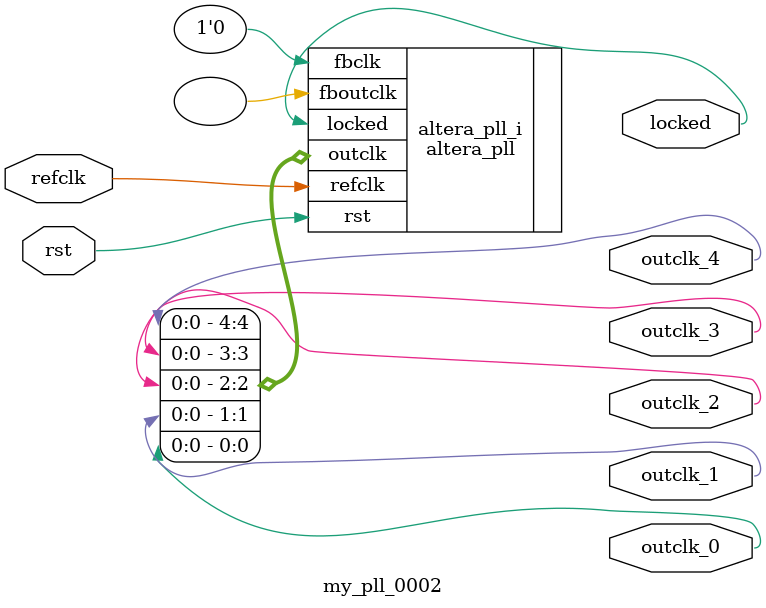
<source format=v>
`timescale 1ns/10ps
module  my_pll_0002(

	// interface 'refclk'
	input wire refclk,

	// interface 'reset'
	input wire rst,

	// interface 'outclk0'
	output wire outclk_0,

	// interface 'outclk1'
	output wire outclk_1,

	// interface 'outclk2'
	output wire outclk_2,

	// interface 'outclk3'
	output wire outclk_3,

	// interface 'outclk4'
	output wire outclk_4,

	// interface 'locked'
	output wire locked
);

	altera_pll #(
		.fractional_vco_multiplier("false"),
		.reference_clock_frequency("50.0 MHz"),
		.operation_mode("normal"),
		.number_of_clocks(5),
		.output_clock_frequency0("100.000000 MHz"),
		.phase_shift0("0 ps"),
		.duty_cycle0(50),
		.output_clock_frequency1("125.000000 MHz"),
		.phase_shift1("0 ps"),
		.duty_cycle1(50),
		.output_clock_frequency2("25.000000 MHz"),
		.phase_shift2("0 ps"),
		.duty_cycle2(50),
		.output_clock_frequency3("2.500000 MHz"),
		.phase_shift3("0 ps"),
		.duty_cycle3(50),
		.output_clock_frequency4("2.000000 MHz"),
		.phase_shift4("0 ps"),
		.duty_cycle4(50),
		.output_clock_frequency5("0 MHz"),
		.phase_shift5("0 ps"),
		.duty_cycle5(50),
		.output_clock_frequency6("0 MHz"),
		.phase_shift6("0 ps"),
		.duty_cycle6(50),
		.output_clock_frequency7("0 MHz"),
		.phase_shift7("0 ps"),
		.duty_cycle7(50),
		.output_clock_frequency8("0 MHz"),
		.phase_shift8("0 ps"),
		.duty_cycle8(50),
		.output_clock_frequency9("0 MHz"),
		.phase_shift9("0 ps"),
		.duty_cycle9(50),
		.output_clock_frequency10("0 MHz"),
		.phase_shift10("0 ps"),
		.duty_cycle10(50),
		.output_clock_frequency11("0 MHz"),
		.phase_shift11("0 ps"),
		.duty_cycle11(50),
		.output_clock_frequency12("0 MHz"),
		.phase_shift12("0 ps"),
		.duty_cycle12(50),
		.output_clock_frequency13("0 MHz"),
		.phase_shift13("0 ps"),
		.duty_cycle13(50),
		.output_clock_frequency14("0 MHz"),
		.phase_shift14("0 ps"),
		.duty_cycle14(50),
		.output_clock_frequency15("0 MHz"),
		.phase_shift15("0 ps"),
		.duty_cycle15(50),
		.output_clock_frequency16("0 MHz"),
		.phase_shift16("0 ps"),
		.duty_cycle16(50),
		.output_clock_frequency17("0 MHz"),
		.phase_shift17("0 ps"),
		.duty_cycle17(50),
		.pll_type("General"),
		.pll_subtype("General")
	) altera_pll_i (
		.rst	(rst),
		.outclk	({outclk_4, outclk_3, outclk_2, outclk_1, outclk_0}),
		.locked	(locked),
		.fboutclk	( ),
		.fbclk	(1'b0),
		.refclk	(refclk)
	);
endmodule


</source>
